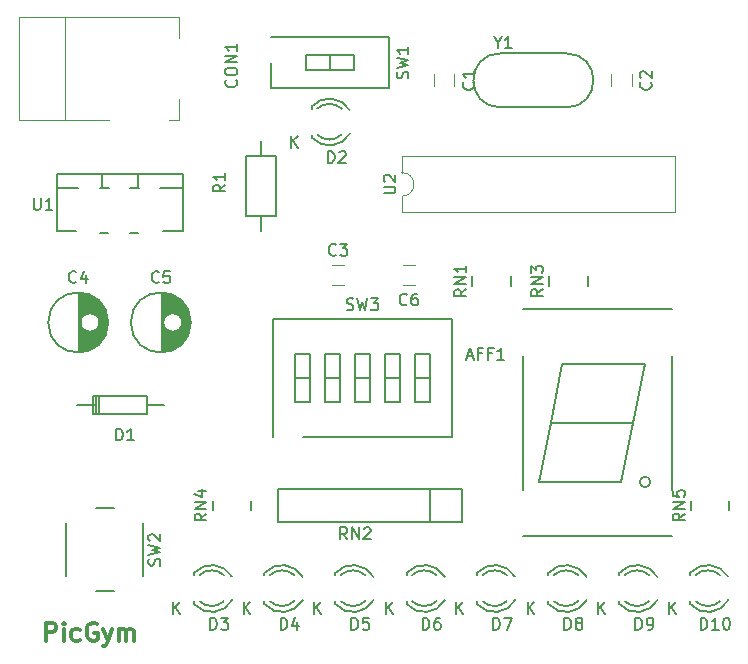
<source format=gto>
G04 #@! TF.FileFunction,Legend,Top*
%FSLAX46Y46*%
G04 Gerber Fmt 4.6, Leading zero omitted, Abs format (unit mm)*
G04 Created by KiCad (PCBNEW 4.0.5-e0-6337~49~ubuntu16.04.1) date Mon Jan 30 13:11:42 2017*
%MOMM*%
%LPD*%
G01*
G04 APERTURE LIST*
%ADD10C,0.100000*%
%ADD11C,0.300000*%
%ADD12C,0.150000*%
%ADD13C,0.120000*%
G04 APERTURE END LIST*
D10*
D11*
X134785715Y-144428571D02*
X134785715Y-142928571D01*
X135357143Y-142928571D01*
X135500001Y-143000000D01*
X135571429Y-143071429D01*
X135642858Y-143214286D01*
X135642858Y-143428571D01*
X135571429Y-143571429D01*
X135500001Y-143642857D01*
X135357143Y-143714286D01*
X134785715Y-143714286D01*
X136285715Y-144428571D02*
X136285715Y-143428571D01*
X136285715Y-142928571D02*
X136214286Y-143000000D01*
X136285715Y-143071429D01*
X136357143Y-143000000D01*
X136285715Y-142928571D01*
X136285715Y-143071429D01*
X137642858Y-144357143D02*
X137500001Y-144428571D01*
X137214287Y-144428571D01*
X137071429Y-144357143D01*
X137000001Y-144285714D01*
X136928572Y-144142857D01*
X136928572Y-143714286D01*
X137000001Y-143571429D01*
X137071429Y-143500000D01*
X137214287Y-143428571D01*
X137500001Y-143428571D01*
X137642858Y-143500000D01*
X139071429Y-143000000D02*
X138928572Y-142928571D01*
X138714286Y-142928571D01*
X138500001Y-143000000D01*
X138357143Y-143142857D01*
X138285715Y-143285714D01*
X138214286Y-143571429D01*
X138214286Y-143785714D01*
X138285715Y-144071429D01*
X138357143Y-144214286D01*
X138500001Y-144357143D01*
X138714286Y-144428571D01*
X138857143Y-144428571D01*
X139071429Y-144357143D01*
X139142858Y-144285714D01*
X139142858Y-143785714D01*
X138857143Y-143785714D01*
X139642858Y-143428571D02*
X140000001Y-144428571D01*
X140357143Y-143428571D02*
X140000001Y-144428571D01*
X139857143Y-144785714D01*
X139785715Y-144857143D01*
X139642858Y-144928571D01*
X140928572Y-144428571D02*
X140928572Y-143428571D01*
X140928572Y-143571429D02*
X141000000Y-143500000D01*
X141142858Y-143428571D01*
X141357143Y-143428571D01*
X141500000Y-143500000D01*
X141571429Y-143642857D01*
X141571429Y-144428571D01*
X141571429Y-143642857D02*
X141642858Y-143500000D01*
X141785715Y-143428571D01*
X142000000Y-143428571D01*
X142142858Y-143500000D01*
X142214286Y-143642857D01*
X142214286Y-144428571D01*
D12*
X185947214Y-131000000D02*
G75*
G03X185947214Y-131000000I-447214J0D01*
G01*
X178500000Y-121000000D02*
X177500000Y-126000000D01*
X177500000Y-126000000D02*
X176500000Y-131000000D01*
X176500000Y-131000000D02*
X183500000Y-131000000D01*
X183500000Y-131000000D02*
X184500000Y-126000000D01*
X185500000Y-121000000D02*
X184500000Y-126000000D01*
X184500000Y-126000000D02*
X177500000Y-126000000D01*
X178500000Y-121000000D02*
X185500000Y-121000000D01*
X187800000Y-135600000D02*
X175200000Y-135600000D01*
X175200000Y-120300000D02*
X175200000Y-131700000D01*
X187800000Y-120300000D02*
X187800000Y-131700000D01*
X175200000Y-116400000D02*
X187800000Y-116400000D01*
D13*
X169350000Y-97500000D02*
X169350000Y-96500000D01*
X167650000Y-96500000D02*
X167650000Y-97500000D01*
X184350000Y-97500000D02*
X184350000Y-96500000D01*
X182650000Y-96500000D02*
X182650000Y-97500000D01*
X160000000Y-112650000D02*
X159000000Y-112650000D01*
X159000000Y-114350000D02*
X160000000Y-114350000D01*
D12*
X137575000Y-115001000D02*
X137575000Y-119999000D01*
X137715000Y-115009000D02*
X137715000Y-117346000D01*
X137715000Y-117654000D02*
X137715000Y-119991000D01*
X137855000Y-115025000D02*
X137855000Y-117027000D01*
X137855000Y-117973000D02*
X137855000Y-119975000D01*
X137995000Y-115049000D02*
X137995000Y-116880000D01*
X137995000Y-118120000D02*
X137995000Y-119951000D01*
X138135000Y-115082000D02*
X138135000Y-116788000D01*
X138135000Y-118212000D02*
X138135000Y-119918000D01*
X138275000Y-115123000D02*
X138275000Y-116732000D01*
X138275000Y-118268000D02*
X138275000Y-119877000D01*
X138415000Y-115173000D02*
X138415000Y-116705000D01*
X138415000Y-118295000D02*
X138415000Y-119827000D01*
X138555000Y-115234000D02*
X138555000Y-116702000D01*
X138555000Y-118298000D02*
X138555000Y-119766000D01*
X138695000Y-115304000D02*
X138695000Y-116724000D01*
X138695000Y-118276000D02*
X138695000Y-119696000D01*
X138835000Y-115386000D02*
X138835000Y-116774000D01*
X138835000Y-118226000D02*
X138835000Y-119614000D01*
X138975000Y-115481000D02*
X138975000Y-116856000D01*
X138975000Y-118144000D02*
X138975000Y-119519000D01*
X139115000Y-115592000D02*
X139115000Y-116988000D01*
X139115000Y-118012000D02*
X139115000Y-119408000D01*
X139255000Y-115720000D02*
X139255000Y-117235000D01*
X139255000Y-117765000D02*
X139255000Y-119280000D01*
X139395000Y-115869000D02*
X139395000Y-119131000D01*
X139535000Y-116048000D02*
X139535000Y-118952000D01*
X139675000Y-116267000D02*
X139675000Y-118733000D01*
X139815000Y-116556000D02*
X139815000Y-118444000D01*
X139955000Y-117028000D02*
X139955000Y-117972000D01*
X139300000Y-117500000D02*
G75*
G03X139300000Y-117500000I-800000J0D01*
G01*
X140037500Y-117500000D02*
G75*
G03X140037500Y-117500000I-2537500J0D01*
G01*
X144575000Y-115001000D02*
X144575000Y-119999000D01*
X144715000Y-115009000D02*
X144715000Y-117346000D01*
X144715000Y-117654000D02*
X144715000Y-119991000D01*
X144855000Y-115025000D02*
X144855000Y-117027000D01*
X144855000Y-117973000D02*
X144855000Y-119975000D01*
X144995000Y-115049000D02*
X144995000Y-116880000D01*
X144995000Y-118120000D02*
X144995000Y-119951000D01*
X145135000Y-115082000D02*
X145135000Y-116788000D01*
X145135000Y-118212000D02*
X145135000Y-119918000D01*
X145275000Y-115123000D02*
X145275000Y-116732000D01*
X145275000Y-118268000D02*
X145275000Y-119877000D01*
X145415000Y-115173000D02*
X145415000Y-116705000D01*
X145415000Y-118295000D02*
X145415000Y-119827000D01*
X145555000Y-115234000D02*
X145555000Y-116702000D01*
X145555000Y-118298000D02*
X145555000Y-119766000D01*
X145695000Y-115304000D02*
X145695000Y-116724000D01*
X145695000Y-118276000D02*
X145695000Y-119696000D01*
X145835000Y-115386000D02*
X145835000Y-116774000D01*
X145835000Y-118226000D02*
X145835000Y-119614000D01*
X145975000Y-115481000D02*
X145975000Y-116856000D01*
X145975000Y-118144000D02*
X145975000Y-119519000D01*
X146115000Y-115592000D02*
X146115000Y-116988000D01*
X146115000Y-118012000D02*
X146115000Y-119408000D01*
X146255000Y-115720000D02*
X146255000Y-117235000D01*
X146255000Y-117765000D02*
X146255000Y-119280000D01*
X146395000Y-115869000D02*
X146395000Y-119131000D01*
X146535000Y-116048000D02*
X146535000Y-118952000D01*
X146675000Y-116267000D02*
X146675000Y-118733000D01*
X146815000Y-116556000D02*
X146815000Y-118444000D01*
X146955000Y-117028000D02*
X146955000Y-117972000D01*
X146300000Y-117500000D02*
G75*
G03X146300000Y-117500000I-800000J0D01*
G01*
X147037500Y-117500000D02*
G75*
G03X147037500Y-117500000I-2537500J0D01*
G01*
D13*
X165000000Y-114350000D02*
X166000000Y-114350000D01*
X166000000Y-112650000D02*
X165000000Y-112650000D01*
X136350000Y-91600000D02*
X136350000Y-100400000D01*
X140150000Y-100400000D02*
X132450000Y-100400000D01*
X132450000Y-100400000D02*
X132450000Y-91600000D01*
X132450000Y-91600000D02*
X132650000Y-91600000D01*
X146050000Y-98550000D02*
X146050000Y-100400000D01*
X146050000Y-100400000D02*
X145200000Y-100400000D01*
X132550000Y-91600000D02*
X146050000Y-91600000D01*
X146050000Y-91600000D02*
X146050000Y-93450000D01*
D12*
X143366520Y-124497460D02*
X144763520Y-124497460D01*
X138921520Y-124497460D02*
X137397520Y-124497460D01*
X139302520Y-123735460D02*
X139302520Y-125259460D01*
X139048520Y-123735460D02*
X139048520Y-125259460D01*
X138794520Y-124497460D02*
X138794520Y-125259460D01*
X138794520Y-125259460D02*
X143366520Y-125259460D01*
X143366520Y-125259460D02*
X143366520Y-123735460D01*
X143366520Y-123735460D02*
X138794520Y-123735460D01*
X138794520Y-123735460D02*
X138794520Y-124497460D01*
X157261000Y-101814000D02*
X157261000Y-101614000D01*
X157261000Y-99220000D02*
X157261000Y-99400000D01*
X160488744Y-99530357D02*
G75*
G03X157261000Y-99214000I-1727744J-1003643D01*
G01*
X159813006Y-99400932D02*
G75*
G03X157710000Y-99400000I-1052006J-1133068D01*
G01*
X157273780Y-101840726D02*
G75*
G03X160511000Y-101494000I1497220J1306726D01*
G01*
X157747111Y-101613253D02*
G75*
G03X159795000Y-101594000I1013889J1079253D01*
G01*
X147301000Y-141314000D02*
X147301000Y-141114000D01*
X147301000Y-138720000D02*
X147301000Y-138900000D01*
X150528744Y-139030357D02*
G75*
G03X147301000Y-138714000I-1727744J-1003643D01*
G01*
X149853006Y-138900932D02*
G75*
G03X147750000Y-138900000I-1052006J-1133068D01*
G01*
X147313780Y-141340726D02*
G75*
G03X150551000Y-140994000I1497220J1306726D01*
G01*
X147787111Y-141113253D02*
G75*
G03X149835000Y-141094000I1013889J1079253D01*
G01*
X153261000Y-141314000D02*
X153261000Y-141114000D01*
X153261000Y-138720000D02*
X153261000Y-138900000D01*
X156488744Y-139030357D02*
G75*
G03X153261000Y-138714000I-1727744J-1003643D01*
G01*
X155813006Y-138900932D02*
G75*
G03X153710000Y-138900000I-1052006J-1133068D01*
G01*
X153273780Y-141340726D02*
G75*
G03X156511000Y-140994000I1497220J1306726D01*
G01*
X153747111Y-141113253D02*
G75*
G03X155795000Y-141094000I1013889J1079253D01*
G01*
X159261000Y-141314000D02*
X159261000Y-141114000D01*
X159261000Y-138720000D02*
X159261000Y-138900000D01*
X162488744Y-139030357D02*
G75*
G03X159261000Y-138714000I-1727744J-1003643D01*
G01*
X161813006Y-138900932D02*
G75*
G03X159710000Y-138900000I-1052006J-1133068D01*
G01*
X159273780Y-141340726D02*
G75*
G03X162511000Y-140994000I1497220J1306726D01*
G01*
X159747111Y-141113253D02*
G75*
G03X161795000Y-141094000I1013889J1079253D01*
G01*
X165301000Y-141314000D02*
X165301000Y-141114000D01*
X165301000Y-138720000D02*
X165301000Y-138900000D01*
X168528744Y-139030357D02*
G75*
G03X165301000Y-138714000I-1727744J-1003643D01*
G01*
X167853006Y-138900932D02*
G75*
G03X165750000Y-138900000I-1052006J-1133068D01*
G01*
X165313780Y-141340726D02*
G75*
G03X168551000Y-140994000I1497220J1306726D01*
G01*
X165787111Y-141113253D02*
G75*
G03X167835000Y-141094000I1013889J1079253D01*
G01*
X171261000Y-141314000D02*
X171261000Y-141114000D01*
X171261000Y-138720000D02*
X171261000Y-138900000D01*
X174488744Y-139030357D02*
G75*
G03X171261000Y-138714000I-1727744J-1003643D01*
G01*
X173813006Y-138900932D02*
G75*
G03X171710000Y-138900000I-1052006J-1133068D01*
G01*
X171273780Y-141340726D02*
G75*
G03X174511000Y-140994000I1497220J1306726D01*
G01*
X171747111Y-141113253D02*
G75*
G03X173795000Y-141094000I1013889J1079253D01*
G01*
X177301000Y-141314000D02*
X177301000Y-141114000D01*
X177301000Y-138720000D02*
X177301000Y-138900000D01*
X180528744Y-139030357D02*
G75*
G03X177301000Y-138714000I-1727744J-1003643D01*
G01*
X179853006Y-138900932D02*
G75*
G03X177750000Y-138900000I-1052006J-1133068D01*
G01*
X177313780Y-141340726D02*
G75*
G03X180551000Y-140994000I1497220J1306726D01*
G01*
X177787111Y-141113253D02*
G75*
G03X179835000Y-141094000I1013889J1079253D01*
G01*
X183301000Y-141314000D02*
X183301000Y-141114000D01*
X183301000Y-138720000D02*
X183301000Y-138900000D01*
X186528744Y-139030357D02*
G75*
G03X183301000Y-138714000I-1727744J-1003643D01*
G01*
X185853006Y-138900932D02*
G75*
G03X183750000Y-138900000I-1052006J-1133068D01*
G01*
X183313780Y-141340726D02*
G75*
G03X186551000Y-140994000I1497220J1306726D01*
G01*
X183787111Y-141113253D02*
G75*
G03X185835000Y-141094000I1013889J1079253D01*
G01*
X189301000Y-141314000D02*
X189301000Y-141114000D01*
X189301000Y-138720000D02*
X189301000Y-138900000D01*
X192528744Y-139030357D02*
G75*
G03X189301000Y-138714000I-1727744J-1003643D01*
G01*
X191853006Y-138900932D02*
G75*
G03X189750000Y-138900000I-1052006J-1133068D01*
G01*
X189313780Y-141340726D02*
G75*
G03X192551000Y-140994000I1497220J1306726D01*
G01*
X189787111Y-141113253D02*
G75*
G03X191835000Y-141094000I1013889J1079253D01*
G01*
X151730000Y-108460000D02*
X151730000Y-103380000D01*
X151730000Y-103380000D02*
X154270000Y-103380000D01*
X154270000Y-103380000D02*
X154270000Y-108460000D01*
X154270000Y-108460000D02*
X151730000Y-108460000D01*
X153000000Y-108460000D02*
X153000000Y-109730000D01*
X153000000Y-103380000D02*
X153000000Y-102110000D01*
X174125000Y-113600000D02*
X174125000Y-114400000D01*
X170875000Y-113600000D02*
X170875000Y-114400000D01*
X180625000Y-113600000D02*
X180625000Y-114400000D01*
X177375000Y-113600000D02*
X177375000Y-114400000D01*
X152125000Y-132600000D02*
X152125000Y-133400000D01*
X148875000Y-132600000D02*
X148875000Y-133400000D01*
X192625000Y-132600000D02*
X192625000Y-133400000D01*
X189375000Y-132600000D02*
X189375000Y-133400000D01*
X163830000Y-93350000D02*
X163830000Y-97650000D01*
X153790000Y-95500000D02*
X153790000Y-97650000D01*
X163830000Y-93350000D02*
X153790000Y-93350000D01*
X163830000Y-97650000D02*
X153790000Y-97650000D01*
X158810000Y-94860000D02*
X158810000Y-96140000D01*
X160840000Y-94860000D02*
X156780000Y-94860000D01*
X156780000Y-94860000D02*
X156780000Y-96140000D01*
X156780000Y-96140000D02*
X160840000Y-96140000D01*
X160840000Y-96140000D02*
X160840000Y-94860000D01*
X136500000Y-134500000D02*
X136500000Y-139000000D01*
X140500000Y-133250000D02*
X139000000Y-133250000D01*
X143000000Y-139000000D02*
X143000000Y-134500000D01*
X139000000Y-140250000D02*
X140500000Y-140250000D01*
X155860000Y-120160000D02*
X155860000Y-124220000D01*
X155860000Y-122190000D02*
X157140000Y-122190000D01*
X155860000Y-124220000D02*
X157140000Y-124220000D01*
X157140000Y-124220000D02*
X157140000Y-120160000D01*
X157140000Y-120160000D02*
X155860000Y-120160000D01*
X158400000Y-120160000D02*
X158400000Y-124220000D01*
X158400000Y-122190000D02*
X159680000Y-122190000D01*
X158400000Y-124220000D02*
X159680000Y-124220000D01*
X159680000Y-124220000D02*
X159680000Y-120160000D01*
X159680000Y-120160000D02*
X158400000Y-120160000D01*
X160940000Y-120160000D02*
X160940000Y-124220000D01*
X160940000Y-122190000D02*
X162220000Y-122190000D01*
X160940000Y-124220000D02*
X162220000Y-124220000D01*
X162220000Y-124220000D02*
X162220000Y-120160000D01*
X162220000Y-120160000D02*
X160940000Y-120160000D01*
X163480000Y-120160000D02*
X163480000Y-124220000D01*
X163480000Y-122190000D02*
X164760000Y-122190000D01*
X163480000Y-124220000D02*
X164760000Y-124220000D01*
X164760000Y-124220000D02*
X164760000Y-120160000D01*
X164760000Y-120160000D02*
X163480000Y-120160000D01*
X166020000Y-120160000D02*
X166020000Y-124220000D01*
X166020000Y-122190000D02*
X167300000Y-122190000D01*
X166020000Y-124220000D02*
X167300000Y-124220000D01*
X167300000Y-124220000D02*
X167300000Y-120160000D01*
X167300000Y-120160000D02*
X166020000Y-120160000D01*
X154020000Y-127210000D02*
X154020000Y-117170000D01*
X154020000Y-117170000D02*
X169140000Y-117170000D01*
X169140000Y-117170000D02*
X169140000Y-127210000D01*
X169140000Y-127210000D02*
X156500000Y-127210000D01*
D13*
X164910000Y-104810000D02*
G75*
G02X164910000Y-106810000I0J-1000000D01*
G01*
X164910000Y-106810000D02*
X164910000Y-108180000D01*
X164910000Y-108180000D02*
X188010000Y-108180000D01*
X188010000Y-108180000D02*
X188010000Y-103440000D01*
X188010000Y-103440000D02*
X164910000Y-103440000D01*
X164910000Y-103440000D02*
X164910000Y-104810000D01*
D12*
X178834000Y-99286000D02*
G75*
G03X178834000Y-94714000I0J2286000D01*
G01*
X173246000Y-94714000D02*
G75*
G03X173246000Y-99286000I0J-2286000D01*
G01*
X173246000Y-99286000D02*
X178834000Y-99286000D01*
X173246000Y-94714000D02*
X178834000Y-94714000D01*
X170020000Y-134400000D02*
X170020000Y-131600000D01*
X170020000Y-131600000D02*
X154440000Y-131600000D01*
X154440000Y-131600000D02*
X154440000Y-134400000D01*
X154440000Y-134400000D02*
X170020000Y-134400000D01*
X167310000Y-134400000D02*
X167310000Y-131600000D01*
X146334000Y-106095000D02*
X144429000Y-106095000D01*
X141889000Y-106095000D02*
X142651000Y-106095000D01*
X139476000Y-106095000D02*
X139349000Y-106095000D01*
X139476000Y-106095000D02*
X140111000Y-106095000D01*
X135666000Y-106095000D02*
X137444000Y-106095000D01*
X135666000Y-109778000D02*
X137317000Y-109778000D01*
X139984000Y-109905000D02*
X139349000Y-109905000D01*
X142524000Y-109905000D02*
X141889000Y-109905000D01*
X146334000Y-109778000D02*
X144683000Y-109778000D01*
X139476000Y-104952000D02*
X139476000Y-106095000D01*
X142524000Y-104952000D02*
X142524000Y-106095000D01*
X146334000Y-106095000D02*
X146334000Y-109778000D01*
X135666000Y-109778000D02*
X135666000Y-106095000D01*
X146334000Y-104952000D02*
X146334000Y-106095000D01*
X135666000Y-106095000D02*
X135666000Y-104952000D01*
X141000000Y-104952000D02*
X135666000Y-104952000D01*
X141000000Y-104952000D02*
X146334000Y-104952000D01*
X170428571Y-120366667D02*
X170904762Y-120366667D01*
X170333333Y-120652381D02*
X170666666Y-119652381D01*
X171000000Y-120652381D01*
X171666667Y-120128571D02*
X171333333Y-120128571D01*
X171333333Y-120652381D02*
X171333333Y-119652381D01*
X171809524Y-119652381D01*
X172523810Y-120128571D02*
X172190476Y-120128571D01*
X172190476Y-120652381D02*
X172190476Y-119652381D01*
X172666667Y-119652381D01*
X173571429Y-120652381D02*
X173000000Y-120652381D01*
X173285714Y-120652381D02*
X173285714Y-119652381D01*
X173190476Y-119795238D01*
X173095238Y-119890476D01*
X173000000Y-119938095D01*
X170957143Y-97166666D02*
X171004762Y-97214285D01*
X171052381Y-97357142D01*
X171052381Y-97452380D01*
X171004762Y-97595238D01*
X170909524Y-97690476D01*
X170814286Y-97738095D01*
X170623810Y-97785714D01*
X170480952Y-97785714D01*
X170290476Y-97738095D01*
X170195238Y-97690476D01*
X170100000Y-97595238D01*
X170052381Y-97452380D01*
X170052381Y-97357142D01*
X170100000Y-97214285D01*
X170147619Y-97166666D01*
X171052381Y-96214285D02*
X171052381Y-96785714D01*
X171052381Y-96500000D02*
X170052381Y-96500000D01*
X170195238Y-96595238D01*
X170290476Y-96690476D01*
X170338095Y-96785714D01*
X185957143Y-97166666D02*
X186004762Y-97214285D01*
X186052381Y-97357142D01*
X186052381Y-97452380D01*
X186004762Y-97595238D01*
X185909524Y-97690476D01*
X185814286Y-97738095D01*
X185623810Y-97785714D01*
X185480952Y-97785714D01*
X185290476Y-97738095D01*
X185195238Y-97690476D01*
X185100000Y-97595238D01*
X185052381Y-97452380D01*
X185052381Y-97357142D01*
X185100000Y-97214285D01*
X185147619Y-97166666D01*
X185147619Y-96785714D02*
X185100000Y-96738095D01*
X185052381Y-96642857D01*
X185052381Y-96404761D01*
X185100000Y-96309523D01*
X185147619Y-96261904D01*
X185242857Y-96214285D01*
X185338095Y-96214285D01*
X185480952Y-96261904D01*
X186052381Y-96833333D01*
X186052381Y-96214285D01*
X159333334Y-111757143D02*
X159285715Y-111804762D01*
X159142858Y-111852381D01*
X159047620Y-111852381D01*
X158904762Y-111804762D01*
X158809524Y-111709524D01*
X158761905Y-111614286D01*
X158714286Y-111423810D01*
X158714286Y-111280952D01*
X158761905Y-111090476D01*
X158809524Y-110995238D01*
X158904762Y-110900000D01*
X159047620Y-110852381D01*
X159142858Y-110852381D01*
X159285715Y-110900000D01*
X159333334Y-110947619D01*
X159666667Y-110852381D02*
X160285715Y-110852381D01*
X159952381Y-111233333D01*
X160095239Y-111233333D01*
X160190477Y-111280952D01*
X160238096Y-111328571D01*
X160285715Y-111423810D01*
X160285715Y-111661905D01*
X160238096Y-111757143D01*
X160190477Y-111804762D01*
X160095239Y-111852381D01*
X159809524Y-111852381D01*
X159714286Y-111804762D01*
X159666667Y-111757143D01*
X137333334Y-114057143D02*
X137285715Y-114104762D01*
X137142858Y-114152381D01*
X137047620Y-114152381D01*
X136904762Y-114104762D01*
X136809524Y-114009524D01*
X136761905Y-113914286D01*
X136714286Y-113723810D01*
X136714286Y-113580952D01*
X136761905Y-113390476D01*
X136809524Y-113295238D01*
X136904762Y-113200000D01*
X137047620Y-113152381D01*
X137142858Y-113152381D01*
X137285715Y-113200000D01*
X137333334Y-113247619D01*
X138190477Y-113485714D02*
X138190477Y-114152381D01*
X137952381Y-113104762D02*
X137714286Y-113819048D01*
X138333334Y-113819048D01*
X144333334Y-114057143D02*
X144285715Y-114104762D01*
X144142858Y-114152381D01*
X144047620Y-114152381D01*
X143904762Y-114104762D01*
X143809524Y-114009524D01*
X143761905Y-113914286D01*
X143714286Y-113723810D01*
X143714286Y-113580952D01*
X143761905Y-113390476D01*
X143809524Y-113295238D01*
X143904762Y-113200000D01*
X144047620Y-113152381D01*
X144142858Y-113152381D01*
X144285715Y-113200000D01*
X144333334Y-113247619D01*
X145238096Y-113152381D02*
X144761905Y-113152381D01*
X144714286Y-113628571D01*
X144761905Y-113580952D01*
X144857143Y-113533333D01*
X145095239Y-113533333D01*
X145190477Y-113580952D01*
X145238096Y-113628571D01*
X145285715Y-113723810D01*
X145285715Y-113961905D01*
X145238096Y-114057143D01*
X145190477Y-114104762D01*
X145095239Y-114152381D01*
X144857143Y-114152381D01*
X144761905Y-114104762D01*
X144714286Y-114057143D01*
X165333334Y-115957143D02*
X165285715Y-116004762D01*
X165142858Y-116052381D01*
X165047620Y-116052381D01*
X164904762Y-116004762D01*
X164809524Y-115909524D01*
X164761905Y-115814286D01*
X164714286Y-115623810D01*
X164714286Y-115480952D01*
X164761905Y-115290476D01*
X164809524Y-115195238D01*
X164904762Y-115100000D01*
X165047620Y-115052381D01*
X165142858Y-115052381D01*
X165285715Y-115100000D01*
X165333334Y-115147619D01*
X166190477Y-115052381D02*
X166000000Y-115052381D01*
X165904762Y-115100000D01*
X165857143Y-115147619D01*
X165761905Y-115290476D01*
X165714286Y-115480952D01*
X165714286Y-115861905D01*
X165761905Y-115957143D01*
X165809524Y-116004762D01*
X165904762Y-116052381D01*
X166095239Y-116052381D01*
X166190477Y-116004762D01*
X166238096Y-115957143D01*
X166285715Y-115861905D01*
X166285715Y-115623810D01*
X166238096Y-115528571D01*
X166190477Y-115480952D01*
X166095239Y-115433333D01*
X165904762Y-115433333D01*
X165809524Y-115480952D01*
X165761905Y-115528571D01*
X165714286Y-115623810D01*
X150857143Y-96964285D02*
X150904762Y-97011904D01*
X150952381Y-97154761D01*
X150952381Y-97249999D01*
X150904762Y-97392857D01*
X150809524Y-97488095D01*
X150714286Y-97535714D01*
X150523810Y-97583333D01*
X150380952Y-97583333D01*
X150190476Y-97535714D01*
X150095238Y-97488095D01*
X150000000Y-97392857D01*
X149952381Y-97249999D01*
X149952381Y-97154761D01*
X150000000Y-97011904D01*
X150047619Y-96964285D01*
X149952381Y-96345238D02*
X149952381Y-96154761D01*
X150000000Y-96059523D01*
X150095238Y-95964285D01*
X150285714Y-95916666D01*
X150619048Y-95916666D01*
X150809524Y-95964285D01*
X150904762Y-96059523D01*
X150952381Y-96154761D01*
X150952381Y-96345238D01*
X150904762Y-96440476D01*
X150809524Y-96535714D01*
X150619048Y-96583333D01*
X150285714Y-96583333D01*
X150095238Y-96535714D01*
X150000000Y-96440476D01*
X149952381Y-96345238D01*
X150952381Y-95488095D02*
X149952381Y-95488095D01*
X150952381Y-94916666D01*
X149952381Y-94916666D01*
X150952381Y-93916666D02*
X150952381Y-94488095D01*
X150952381Y-94202381D02*
X149952381Y-94202381D01*
X150095238Y-94297619D01*
X150190476Y-94392857D01*
X150238095Y-94488095D01*
X140692425Y-127489841D02*
X140692425Y-126489841D01*
X140930520Y-126489841D01*
X141073378Y-126537460D01*
X141168616Y-126632698D01*
X141216235Y-126727936D01*
X141263854Y-126918412D01*
X141263854Y-127061270D01*
X141216235Y-127251746D01*
X141168616Y-127346984D01*
X141073378Y-127442222D01*
X140930520Y-127489841D01*
X140692425Y-127489841D01*
X142216235Y-127489841D02*
X141644806Y-127489841D01*
X141930520Y-127489841D02*
X141930520Y-126489841D01*
X141835282Y-126632698D01*
X141740044Y-126727936D01*
X141644806Y-126775555D01*
X158631905Y-104012381D02*
X158631905Y-103012381D01*
X158870000Y-103012381D01*
X159012858Y-103060000D01*
X159108096Y-103155238D01*
X159155715Y-103250476D01*
X159203334Y-103440952D01*
X159203334Y-103583810D01*
X159155715Y-103774286D01*
X159108096Y-103869524D01*
X159012858Y-103964762D01*
X158870000Y-104012381D01*
X158631905Y-104012381D01*
X159584286Y-103107619D02*
X159631905Y-103060000D01*
X159727143Y-103012381D01*
X159965239Y-103012381D01*
X160060477Y-103060000D01*
X160108096Y-103107619D01*
X160155715Y-103202857D01*
X160155715Y-103298095D01*
X160108096Y-103440952D01*
X159536667Y-104012381D01*
X160155715Y-104012381D01*
X155508095Y-102692381D02*
X155508095Y-101692381D01*
X156079524Y-102692381D02*
X155650952Y-102120952D01*
X156079524Y-101692381D02*
X155508095Y-102263810D01*
X148671905Y-143512381D02*
X148671905Y-142512381D01*
X148910000Y-142512381D01*
X149052858Y-142560000D01*
X149148096Y-142655238D01*
X149195715Y-142750476D01*
X149243334Y-142940952D01*
X149243334Y-143083810D01*
X149195715Y-143274286D01*
X149148096Y-143369524D01*
X149052858Y-143464762D01*
X148910000Y-143512381D01*
X148671905Y-143512381D01*
X149576667Y-142512381D02*
X150195715Y-142512381D01*
X149862381Y-142893333D01*
X150005239Y-142893333D01*
X150100477Y-142940952D01*
X150148096Y-142988571D01*
X150195715Y-143083810D01*
X150195715Y-143321905D01*
X150148096Y-143417143D01*
X150100477Y-143464762D01*
X150005239Y-143512381D01*
X149719524Y-143512381D01*
X149624286Y-143464762D01*
X149576667Y-143417143D01*
X145548095Y-142192381D02*
X145548095Y-141192381D01*
X146119524Y-142192381D02*
X145690952Y-141620952D01*
X146119524Y-141192381D02*
X145548095Y-141763810D01*
X154631905Y-143512381D02*
X154631905Y-142512381D01*
X154870000Y-142512381D01*
X155012858Y-142560000D01*
X155108096Y-142655238D01*
X155155715Y-142750476D01*
X155203334Y-142940952D01*
X155203334Y-143083810D01*
X155155715Y-143274286D01*
X155108096Y-143369524D01*
X155012858Y-143464762D01*
X154870000Y-143512381D01*
X154631905Y-143512381D01*
X156060477Y-142845714D02*
X156060477Y-143512381D01*
X155822381Y-142464762D02*
X155584286Y-143179048D01*
X156203334Y-143179048D01*
X151508095Y-142192381D02*
X151508095Y-141192381D01*
X152079524Y-142192381D02*
X151650952Y-141620952D01*
X152079524Y-141192381D02*
X151508095Y-141763810D01*
X160631905Y-143512381D02*
X160631905Y-142512381D01*
X160870000Y-142512381D01*
X161012858Y-142560000D01*
X161108096Y-142655238D01*
X161155715Y-142750476D01*
X161203334Y-142940952D01*
X161203334Y-143083810D01*
X161155715Y-143274286D01*
X161108096Y-143369524D01*
X161012858Y-143464762D01*
X160870000Y-143512381D01*
X160631905Y-143512381D01*
X162108096Y-142512381D02*
X161631905Y-142512381D01*
X161584286Y-142988571D01*
X161631905Y-142940952D01*
X161727143Y-142893333D01*
X161965239Y-142893333D01*
X162060477Y-142940952D01*
X162108096Y-142988571D01*
X162155715Y-143083810D01*
X162155715Y-143321905D01*
X162108096Y-143417143D01*
X162060477Y-143464762D01*
X161965239Y-143512381D01*
X161727143Y-143512381D01*
X161631905Y-143464762D01*
X161584286Y-143417143D01*
X157508095Y-142192381D02*
X157508095Y-141192381D01*
X158079524Y-142192381D02*
X157650952Y-141620952D01*
X158079524Y-141192381D02*
X157508095Y-141763810D01*
X166671905Y-143512381D02*
X166671905Y-142512381D01*
X166910000Y-142512381D01*
X167052858Y-142560000D01*
X167148096Y-142655238D01*
X167195715Y-142750476D01*
X167243334Y-142940952D01*
X167243334Y-143083810D01*
X167195715Y-143274286D01*
X167148096Y-143369524D01*
X167052858Y-143464762D01*
X166910000Y-143512381D01*
X166671905Y-143512381D01*
X168100477Y-142512381D02*
X167910000Y-142512381D01*
X167814762Y-142560000D01*
X167767143Y-142607619D01*
X167671905Y-142750476D01*
X167624286Y-142940952D01*
X167624286Y-143321905D01*
X167671905Y-143417143D01*
X167719524Y-143464762D01*
X167814762Y-143512381D01*
X168005239Y-143512381D01*
X168100477Y-143464762D01*
X168148096Y-143417143D01*
X168195715Y-143321905D01*
X168195715Y-143083810D01*
X168148096Y-142988571D01*
X168100477Y-142940952D01*
X168005239Y-142893333D01*
X167814762Y-142893333D01*
X167719524Y-142940952D01*
X167671905Y-142988571D01*
X167624286Y-143083810D01*
X163548095Y-142192381D02*
X163548095Y-141192381D01*
X164119524Y-142192381D02*
X163690952Y-141620952D01*
X164119524Y-141192381D02*
X163548095Y-141763810D01*
X172631905Y-143512381D02*
X172631905Y-142512381D01*
X172870000Y-142512381D01*
X173012858Y-142560000D01*
X173108096Y-142655238D01*
X173155715Y-142750476D01*
X173203334Y-142940952D01*
X173203334Y-143083810D01*
X173155715Y-143274286D01*
X173108096Y-143369524D01*
X173012858Y-143464762D01*
X172870000Y-143512381D01*
X172631905Y-143512381D01*
X173536667Y-142512381D02*
X174203334Y-142512381D01*
X173774762Y-143512381D01*
X169508095Y-142192381D02*
X169508095Y-141192381D01*
X170079524Y-142192381D02*
X169650952Y-141620952D01*
X170079524Y-141192381D02*
X169508095Y-141763810D01*
X178671905Y-143512381D02*
X178671905Y-142512381D01*
X178910000Y-142512381D01*
X179052858Y-142560000D01*
X179148096Y-142655238D01*
X179195715Y-142750476D01*
X179243334Y-142940952D01*
X179243334Y-143083810D01*
X179195715Y-143274286D01*
X179148096Y-143369524D01*
X179052858Y-143464762D01*
X178910000Y-143512381D01*
X178671905Y-143512381D01*
X179814762Y-142940952D02*
X179719524Y-142893333D01*
X179671905Y-142845714D01*
X179624286Y-142750476D01*
X179624286Y-142702857D01*
X179671905Y-142607619D01*
X179719524Y-142560000D01*
X179814762Y-142512381D01*
X180005239Y-142512381D01*
X180100477Y-142560000D01*
X180148096Y-142607619D01*
X180195715Y-142702857D01*
X180195715Y-142750476D01*
X180148096Y-142845714D01*
X180100477Y-142893333D01*
X180005239Y-142940952D01*
X179814762Y-142940952D01*
X179719524Y-142988571D01*
X179671905Y-143036190D01*
X179624286Y-143131429D01*
X179624286Y-143321905D01*
X179671905Y-143417143D01*
X179719524Y-143464762D01*
X179814762Y-143512381D01*
X180005239Y-143512381D01*
X180100477Y-143464762D01*
X180148096Y-143417143D01*
X180195715Y-143321905D01*
X180195715Y-143131429D01*
X180148096Y-143036190D01*
X180100477Y-142988571D01*
X180005239Y-142940952D01*
X175548095Y-142192381D02*
X175548095Y-141192381D01*
X176119524Y-142192381D02*
X175690952Y-141620952D01*
X176119524Y-141192381D02*
X175548095Y-141763810D01*
X184671905Y-143512381D02*
X184671905Y-142512381D01*
X184910000Y-142512381D01*
X185052858Y-142560000D01*
X185148096Y-142655238D01*
X185195715Y-142750476D01*
X185243334Y-142940952D01*
X185243334Y-143083810D01*
X185195715Y-143274286D01*
X185148096Y-143369524D01*
X185052858Y-143464762D01*
X184910000Y-143512381D01*
X184671905Y-143512381D01*
X185719524Y-143512381D02*
X185910000Y-143512381D01*
X186005239Y-143464762D01*
X186052858Y-143417143D01*
X186148096Y-143274286D01*
X186195715Y-143083810D01*
X186195715Y-142702857D01*
X186148096Y-142607619D01*
X186100477Y-142560000D01*
X186005239Y-142512381D01*
X185814762Y-142512381D01*
X185719524Y-142560000D01*
X185671905Y-142607619D01*
X185624286Y-142702857D01*
X185624286Y-142940952D01*
X185671905Y-143036190D01*
X185719524Y-143083810D01*
X185814762Y-143131429D01*
X186005239Y-143131429D01*
X186100477Y-143083810D01*
X186148096Y-143036190D01*
X186195715Y-142940952D01*
X181548095Y-142192381D02*
X181548095Y-141192381D01*
X182119524Y-142192381D02*
X181690952Y-141620952D01*
X182119524Y-141192381D02*
X181548095Y-141763810D01*
X190195714Y-143512381D02*
X190195714Y-142512381D01*
X190433809Y-142512381D01*
X190576667Y-142560000D01*
X190671905Y-142655238D01*
X190719524Y-142750476D01*
X190767143Y-142940952D01*
X190767143Y-143083810D01*
X190719524Y-143274286D01*
X190671905Y-143369524D01*
X190576667Y-143464762D01*
X190433809Y-143512381D01*
X190195714Y-143512381D01*
X191719524Y-143512381D02*
X191148095Y-143512381D01*
X191433809Y-143512381D02*
X191433809Y-142512381D01*
X191338571Y-142655238D01*
X191243333Y-142750476D01*
X191148095Y-142798095D01*
X192338571Y-142512381D02*
X192433810Y-142512381D01*
X192529048Y-142560000D01*
X192576667Y-142607619D01*
X192624286Y-142702857D01*
X192671905Y-142893333D01*
X192671905Y-143131429D01*
X192624286Y-143321905D01*
X192576667Y-143417143D01*
X192529048Y-143464762D01*
X192433810Y-143512381D01*
X192338571Y-143512381D01*
X192243333Y-143464762D01*
X192195714Y-143417143D01*
X192148095Y-143321905D01*
X192100476Y-143131429D01*
X192100476Y-142893333D01*
X192148095Y-142702857D01*
X192195714Y-142607619D01*
X192243333Y-142560000D01*
X192338571Y-142512381D01*
X187548095Y-142192381D02*
X187548095Y-141192381D01*
X188119524Y-142192381D02*
X187690952Y-141620952D01*
X188119524Y-141192381D02*
X187548095Y-141763810D01*
X149952261Y-105837746D02*
X149476070Y-106171080D01*
X149952261Y-106409175D02*
X148952261Y-106409175D01*
X148952261Y-106028222D01*
X148999880Y-105932984D01*
X149047499Y-105885365D01*
X149142737Y-105837746D01*
X149285594Y-105837746D01*
X149380832Y-105885365D01*
X149428451Y-105932984D01*
X149476070Y-106028222D01*
X149476070Y-106409175D01*
X149952261Y-104885365D02*
X149952261Y-105456794D01*
X149952261Y-105171080D02*
X148952261Y-105171080D01*
X149095118Y-105266318D01*
X149190356Y-105361556D01*
X149237975Y-105456794D01*
X170352381Y-114690476D02*
X169876190Y-115023810D01*
X170352381Y-115261905D02*
X169352381Y-115261905D01*
X169352381Y-114880952D01*
X169400000Y-114785714D01*
X169447619Y-114738095D01*
X169542857Y-114690476D01*
X169685714Y-114690476D01*
X169780952Y-114738095D01*
X169828571Y-114785714D01*
X169876190Y-114880952D01*
X169876190Y-115261905D01*
X170352381Y-114261905D02*
X169352381Y-114261905D01*
X170352381Y-113690476D01*
X169352381Y-113690476D01*
X170352381Y-112690476D02*
X170352381Y-113261905D01*
X170352381Y-112976191D02*
X169352381Y-112976191D01*
X169495238Y-113071429D01*
X169590476Y-113166667D01*
X169638095Y-113261905D01*
X176852381Y-114690476D02*
X176376190Y-115023810D01*
X176852381Y-115261905D02*
X175852381Y-115261905D01*
X175852381Y-114880952D01*
X175900000Y-114785714D01*
X175947619Y-114738095D01*
X176042857Y-114690476D01*
X176185714Y-114690476D01*
X176280952Y-114738095D01*
X176328571Y-114785714D01*
X176376190Y-114880952D01*
X176376190Y-115261905D01*
X176852381Y-114261905D02*
X175852381Y-114261905D01*
X176852381Y-113690476D01*
X175852381Y-113690476D01*
X175852381Y-113309524D02*
X175852381Y-112690476D01*
X176233333Y-113023810D01*
X176233333Y-112880952D01*
X176280952Y-112785714D01*
X176328571Y-112738095D01*
X176423810Y-112690476D01*
X176661905Y-112690476D01*
X176757143Y-112738095D01*
X176804762Y-112785714D01*
X176852381Y-112880952D01*
X176852381Y-113166667D01*
X176804762Y-113261905D01*
X176757143Y-113309524D01*
X148352381Y-133690476D02*
X147876190Y-134023810D01*
X148352381Y-134261905D02*
X147352381Y-134261905D01*
X147352381Y-133880952D01*
X147400000Y-133785714D01*
X147447619Y-133738095D01*
X147542857Y-133690476D01*
X147685714Y-133690476D01*
X147780952Y-133738095D01*
X147828571Y-133785714D01*
X147876190Y-133880952D01*
X147876190Y-134261905D01*
X148352381Y-133261905D02*
X147352381Y-133261905D01*
X148352381Y-132690476D01*
X147352381Y-132690476D01*
X147685714Y-131785714D02*
X148352381Y-131785714D01*
X147304762Y-132023810D02*
X148019048Y-132261905D01*
X148019048Y-131642857D01*
X188852381Y-133690476D02*
X188376190Y-134023810D01*
X188852381Y-134261905D02*
X187852381Y-134261905D01*
X187852381Y-133880952D01*
X187900000Y-133785714D01*
X187947619Y-133738095D01*
X188042857Y-133690476D01*
X188185714Y-133690476D01*
X188280952Y-133738095D01*
X188328571Y-133785714D01*
X188376190Y-133880952D01*
X188376190Y-134261905D01*
X188852381Y-133261905D02*
X187852381Y-133261905D01*
X188852381Y-132690476D01*
X187852381Y-132690476D01*
X187852381Y-131738095D02*
X187852381Y-132214286D01*
X188328571Y-132261905D01*
X188280952Y-132214286D01*
X188233333Y-132119048D01*
X188233333Y-131880952D01*
X188280952Y-131785714D01*
X188328571Y-131738095D01*
X188423810Y-131690476D01*
X188661905Y-131690476D01*
X188757143Y-131738095D01*
X188804762Y-131785714D01*
X188852381Y-131880952D01*
X188852381Y-132119048D01*
X188804762Y-132214286D01*
X188757143Y-132261905D01*
X165404762Y-96833333D02*
X165452381Y-96690476D01*
X165452381Y-96452380D01*
X165404762Y-96357142D01*
X165357143Y-96309523D01*
X165261905Y-96261904D01*
X165166667Y-96261904D01*
X165071429Y-96309523D01*
X165023810Y-96357142D01*
X164976190Y-96452380D01*
X164928571Y-96642857D01*
X164880952Y-96738095D01*
X164833333Y-96785714D01*
X164738095Y-96833333D01*
X164642857Y-96833333D01*
X164547619Y-96785714D01*
X164500000Y-96738095D01*
X164452381Y-96642857D01*
X164452381Y-96404761D01*
X164500000Y-96261904D01*
X164452381Y-95928571D02*
X165452381Y-95690476D01*
X164738095Y-95499999D01*
X165452381Y-95309523D01*
X164452381Y-95071428D01*
X165452381Y-94166666D02*
X165452381Y-94738095D01*
X165452381Y-94452381D02*
X164452381Y-94452381D01*
X164595238Y-94547619D01*
X164690476Y-94642857D01*
X164738095Y-94738095D01*
X144404762Y-138083333D02*
X144452381Y-137940476D01*
X144452381Y-137702380D01*
X144404762Y-137607142D01*
X144357143Y-137559523D01*
X144261905Y-137511904D01*
X144166667Y-137511904D01*
X144071429Y-137559523D01*
X144023810Y-137607142D01*
X143976190Y-137702380D01*
X143928571Y-137892857D01*
X143880952Y-137988095D01*
X143833333Y-138035714D01*
X143738095Y-138083333D01*
X143642857Y-138083333D01*
X143547619Y-138035714D01*
X143500000Y-137988095D01*
X143452381Y-137892857D01*
X143452381Y-137654761D01*
X143500000Y-137511904D01*
X143452381Y-137178571D02*
X144452381Y-136940476D01*
X143738095Y-136749999D01*
X144452381Y-136559523D01*
X143452381Y-136321428D01*
X143547619Y-135988095D02*
X143500000Y-135940476D01*
X143452381Y-135845238D01*
X143452381Y-135607142D01*
X143500000Y-135511904D01*
X143547619Y-135464285D01*
X143642857Y-135416666D01*
X143738095Y-135416666D01*
X143880952Y-135464285D01*
X144452381Y-136035714D01*
X144452381Y-135416666D01*
X160226667Y-116404762D02*
X160369524Y-116452381D01*
X160607620Y-116452381D01*
X160702858Y-116404762D01*
X160750477Y-116357143D01*
X160798096Y-116261905D01*
X160798096Y-116166667D01*
X160750477Y-116071429D01*
X160702858Y-116023810D01*
X160607620Y-115976190D01*
X160417143Y-115928571D01*
X160321905Y-115880952D01*
X160274286Y-115833333D01*
X160226667Y-115738095D01*
X160226667Y-115642857D01*
X160274286Y-115547619D01*
X160321905Y-115500000D01*
X160417143Y-115452381D01*
X160655239Y-115452381D01*
X160798096Y-115500000D01*
X161131429Y-115452381D02*
X161369524Y-116452381D01*
X161560001Y-115738095D01*
X161750477Y-116452381D01*
X161988572Y-115452381D01*
X162274286Y-115452381D02*
X162893334Y-115452381D01*
X162560000Y-115833333D01*
X162702858Y-115833333D01*
X162798096Y-115880952D01*
X162845715Y-115928571D01*
X162893334Y-116023810D01*
X162893334Y-116261905D01*
X162845715Y-116357143D01*
X162798096Y-116404762D01*
X162702858Y-116452381D01*
X162417143Y-116452381D01*
X162321905Y-116404762D01*
X162274286Y-116357143D01*
X163362381Y-106571905D02*
X164171905Y-106571905D01*
X164267143Y-106524286D01*
X164314762Y-106476667D01*
X164362381Y-106381429D01*
X164362381Y-106190952D01*
X164314762Y-106095714D01*
X164267143Y-106048095D01*
X164171905Y-106000476D01*
X163362381Y-106000476D01*
X163457619Y-105571905D02*
X163410000Y-105524286D01*
X163362381Y-105429048D01*
X163362381Y-105190952D01*
X163410000Y-105095714D01*
X163457619Y-105048095D01*
X163552857Y-105000476D01*
X163648095Y-105000476D01*
X163790952Y-105048095D01*
X164362381Y-105619524D01*
X164362381Y-105000476D01*
X173023809Y-93801190D02*
X173023809Y-94277381D01*
X172690476Y-93277381D02*
X173023809Y-93801190D01*
X173357143Y-93277381D01*
X174214286Y-94277381D02*
X173642857Y-94277381D01*
X173928571Y-94277381D02*
X173928571Y-93277381D01*
X173833333Y-93420238D01*
X173738095Y-93515476D01*
X173642857Y-93563095D01*
X160269524Y-135852381D02*
X159936190Y-135376190D01*
X159698095Y-135852381D02*
X159698095Y-134852381D01*
X160079048Y-134852381D01*
X160174286Y-134900000D01*
X160221905Y-134947619D01*
X160269524Y-135042857D01*
X160269524Y-135185714D01*
X160221905Y-135280952D01*
X160174286Y-135328571D01*
X160079048Y-135376190D01*
X159698095Y-135376190D01*
X160698095Y-135852381D02*
X160698095Y-134852381D01*
X161269524Y-135852381D01*
X161269524Y-134852381D01*
X161698095Y-134947619D02*
X161745714Y-134900000D01*
X161840952Y-134852381D01*
X162079048Y-134852381D01*
X162174286Y-134900000D01*
X162221905Y-134947619D01*
X162269524Y-135042857D01*
X162269524Y-135138095D01*
X162221905Y-135280952D01*
X161650476Y-135852381D01*
X162269524Y-135852381D01*
X133738095Y-106952381D02*
X133738095Y-107761905D01*
X133785714Y-107857143D01*
X133833333Y-107904762D01*
X133928571Y-107952381D01*
X134119048Y-107952381D01*
X134214286Y-107904762D01*
X134261905Y-107857143D01*
X134309524Y-107761905D01*
X134309524Y-106952381D01*
X135309524Y-107952381D02*
X134738095Y-107952381D01*
X135023809Y-107952381D02*
X135023809Y-106952381D01*
X134928571Y-107095238D01*
X134833333Y-107190476D01*
X134738095Y-107238095D01*
M02*

</source>
